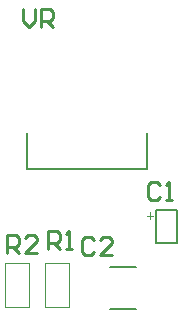
<source format=gto>
G04*
G04 #@! TF.GenerationSoftware,Altium Limited,Altium Designer,22.9.1 (49)*
G04*
G04 Layer_Color=65535*
%FSLAX44Y44*%
%MOMM*%
G71*
G04*
G04 #@! TF.SameCoordinates,59EC4BF1-2BCA-4342-B93F-3057B8F9A546*
G04*
G04*
G04 #@! TF.FilePolarity,Positive*
G04*
G01*
G75*
%ADD10C,0.2000*%
%ADD11C,0.1270*%
%ADD12C,0.1000*%
%ADD13C,0.2540*%
D10*
X917940Y349920D02*
G03*
X917940Y349920I-1000J0D01*
G01*
X1000650Y378490D02*
X1018650D01*
X1000650Y350490D02*
Y378490D01*
Y350490D02*
X1018650D01*
Y378490D01*
D11*
X891540Y413440D02*
Y443420D01*
Y413440D02*
X993140D01*
Y443420D01*
X961620Y329920D02*
X984020D01*
X961620Y294920D02*
X984020D01*
D12*
X926940Y295960D02*
Y333960D01*
X906940Y295960D02*
X926940D01*
X906940D02*
Y333960D01*
X926940D01*
X872650Y295960D02*
Y333960D01*
X892650D01*
Y295960D02*
Y333960D01*
X872650Y295960D02*
X892650D01*
X995316Y376490D02*
Y371158D01*
X997982Y373824D02*
X992650D01*
D13*
X887984Y548381D02*
Y538224D01*
X893062Y533146D01*
X898141Y538224D01*
Y548381D01*
X903219Y533146D02*
Y548381D01*
X910837D01*
X913376Y545842D01*
Y540764D01*
X910837Y538224D01*
X903219D01*
X908297D02*
X913376Y533146D01*
X1004313Y399792D02*
X1001774Y402331D01*
X996695D01*
X994156Y399792D01*
Y389635D01*
X996695Y387096D01*
X1001774D01*
X1004313Y389635D01*
X1009391Y387096D02*
X1014469D01*
X1011930D01*
Y402331D01*
X1009391Y399792D01*
X909066Y345694D02*
Y360929D01*
X916684D01*
X919223Y358390D01*
Y353312D01*
X916684Y350772D01*
X909066D01*
X914144D02*
X919223Y345694D01*
X924301D02*
X929379D01*
X926840D01*
Y360929D01*
X924301Y358390D01*
X947671Y353056D02*
X945132Y355595D01*
X940053D01*
X937514Y353056D01*
Y342899D01*
X940053Y340360D01*
X945132D01*
X947671Y342899D01*
X962906Y340360D02*
X952749D01*
X962906Y350517D01*
Y353056D01*
X960367Y355595D01*
X955288D01*
X952749Y353056D01*
X874776Y342138D02*
Y357373D01*
X882393D01*
X884933Y354834D01*
Y349756D01*
X882393Y347216D01*
X874776D01*
X879854D02*
X884933Y342138D01*
X900168D02*
X890011D01*
X900168Y352295D01*
Y354834D01*
X897629Y357373D01*
X892550D01*
X890011Y354834D01*
M02*

</source>
